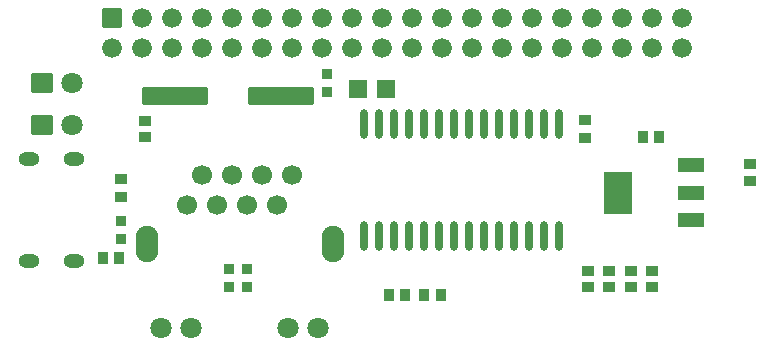
<source format=gbs>
G04 Layer: BottomSolderMaskLayer*
G04 EasyEDA v6.5.40, 2025-01-31 22:11:59*
G04 63179efdc9ef42fbbe513a6e2370b4ab,79498b06e10c4258a2922cdf157d59c5,10*
G04 Gerber Generator version 0.2*
G04 Scale: 100 percent, Rotated: No, Reflected: No *
G04 Dimensions in millimeters *
G04 leading zeros omitted , absolute positions ,4 integer and 5 decimal *
%FSLAX45Y45*%
%MOMM*%

%AMMACRO1*1,1,$1,$2,$3*1,1,$1,$4,$5*1,1,$1,0-$2,0-$3*1,1,$1,0-$4,0-$5*20,1,$1,$2,$3,$4,$5,0*20,1,$1,$4,$5,0-$2,0-$3,0*20,1,$1,0-$2,0-$3,0-$4,0-$5,0*20,1,$1,0-$4,0-$5,$2,$3,0*4,1,4,$2,$3,$4,$5,0-$2,0-$3,0-$4,0-$5,$2,$3,0*%
%ADD10MACRO1,0.1016X-1.1X-1.75X1.1X-1.75*%
%ADD11R,2.3016X1.2016*%
%ADD12R,1.0016X0.9016*%
%ADD13MACRO1,0.1016X0.4X0.45X-0.4X0.45*%
%ADD14MACRO1,0.1016X0.45X-0.4X0.45X0.4*%
%ADD15MACRO1,0.1016X-0.4X-0.45X0.4X-0.45*%
%ADD16R,0.9656X0.9081*%
%ADD17MACRO1,0.1016X-0.432X-0.4032X0.432X-0.4032*%
%ADD18MACRO1,0.1016X-0.432X0.4032X0.432X0.4032*%
%ADD19MACRO1,0.1016X-0.75X-0.6794X0.75X-0.6794*%
%ADD20MACRO1,0.1016X2.75X0.7X-2.75X0.7*%
%ADD21O,0.6755891999999999X2.4896064*%
%ADD22MACRO1,0.1016X-0.7874X-0.7874X0.7874X-0.7874*%
%ADD23C,1.6764*%
%ADD24O,1.7999964X1.1999976*%
%ADD25MACRO1,0.1016X-0.85X0.7874X0.85X0.7874*%
%ADD26C,1.8016*%
%ADD27C,1.7000*%
%ADD28C,1.8000*%
%ADD29O,1.9000215999999999X3.1000191999999998*%

%LPD*%
D10*
G01*
X5120109Y-1699996D03*
D11*
G01*
X5739869Y-1929993D03*
G01*
X5739869Y-1699996D03*
G01*
X5739869Y-1469999D03*
D12*
G01*
X6239987Y-1599999D03*
G01*
X6239987Y-1459994D03*
D13*
G01*
X5329989Y-1229997D03*
G01*
X5469989Y-1229997D03*
D14*
G01*
X1119885Y-1090018D03*
G01*
X1119885Y-1230017D03*
G01*
X4869942Y-2360018D03*
G01*
X4869942Y-2500017D03*
G01*
X5050028Y-2360018D03*
G01*
X5050028Y-2500017D03*
G01*
X5230113Y-2360018D03*
G01*
X5230113Y-2500017D03*
G01*
X5409946Y-2360018D03*
G01*
X5409946Y-2500017D03*
D15*
G01*
X3619903Y-2569972D03*
G01*
X3479904Y-2569972D03*
G01*
X3319929Y-2569972D03*
G01*
X3179930Y-2569972D03*
D13*
G01*
X760072Y-2249932D03*
G01*
X900071Y-2249932D03*
D16*
G01*
X910081Y-2095398D03*
G01*
X910081Y-1944725D03*
D17*
G01*
X910081Y-1584565D03*
D18*
G01*
X910081Y-1735214D03*
D16*
G01*
X1979929Y-2495448D03*
G01*
X1979929Y-2344775D03*
G01*
X1830070Y-2495448D03*
G01*
X1830070Y-2344775D03*
G01*
X2659888Y-845210D03*
G01*
X2659888Y-694537D03*
D17*
G01*
X4839969Y-1084693D03*
D18*
G01*
X4839969Y-1235342D03*
D19*
G01*
X2919994Y-819998D03*
G01*
X3159992Y-819998D03*
D20*
G01*
X1369995Y-879998D03*
G01*
X2269994Y-879998D03*
D21*
G01*
X2974492Y-1115618D03*
G01*
X3101492Y-1115618D03*
G01*
X3228492Y-1115618D03*
G01*
X3355492Y-1115618D03*
G01*
X3482492Y-1115618D03*
G01*
X3609492Y-1115618D03*
G01*
X3736492Y-1115618D03*
G01*
X3863492Y-1115618D03*
G01*
X3990492Y-1115618D03*
G01*
X4117492Y-1115618D03*
G01*
X4244492Y-1115618D03*
G01*
X4371492Y-1115618D03*
G01*
X4498492Y-1115618D03*
G01*
X4625492Y-1115618D03*
G01*
X2974492Y-2064410D03*
G01*
X3101492Y-2064410D03*
G01*
X3228492Y-2064410D03*
G01*
X3355492Y-2064410D03*
G01*
X3482492Y-2064410D03*
G01*
X3609492Y-2064410D03*
G01*
X3736492Y-2064410D03*
G01*
X3863492Y-2064410D03*
G01*
X3990492Y-2064410D03*
G01*
X4117492Y-2064410D03*
G01*
X4244492Y-2064410D03*
G01*
X4371492Y-2064410D03*
G01*
X4498492Y-2064410D03*
G01*
X4625492Y-2064410D03*
D22*
G01*
X836993Y-222999D03*
D23*
G01*
X837006Y-477012D03*
G01*
X1091006Y-223012D03*
G01*
X1091006Y-477012D03*
G01*
X1345006Y-223012D03*
G01*
X1345006Y-477012D03*
G01*
X1599006Y-223012D03*
G01*
X1599006Y-477012D03*
G01*
X1853006Y-223012D03*
G01*
X1853006Y-477012D03*
G01*
X2107006Y-223012D03*
G01*
X2107006Y-477012D03*
G01*
X2361006Y-223012D03*
G01*
X2361006Y-477012D03*
G01*
X2615006Y-223012D03*
G01*
X2615006Y-477012D03*
G01*
X2869006Y-223012D03*
G01*
X2869006Y-477012D03*
G01*
X3123006Y-223012D03*
G01*
X3123006Y-477012D03*
G01*
X3377006Y-223012D03*
G01*
X3377006Y-477012D03*
G01*
X3631006Y-223012D03*
G01*
X3631006Y-477012D03*
G01*
X3885006Y-223012D03*
G01*
X3885006Y-477012D03*
G01*
X4139006Y-223012D03*
G01*
X4139006Y-477012D03*
G01*
X4393006Y-223012D03*
G01*
X4393006Y-477012D03*
G01*
X4647006Y-223012D03*
G01*
X4647006Y-477012D03*
G01*
X4901006Y-223012D03*
G01*
X4901006Y-477012D03*
G01*
X5155006Y-223012D03*
G01*
X5155006Y-477012D03*
G01*
X5409006Y-223012D03*
G01*
X5409006Y-477012D03*
G01*
X5663006Y-223012D03*
G01*
X5663006Y-477012D03*
D24*
G01*
X516001Y-1418005D03*
G01*
X516001Y-2281986D03*
G01*
X135991Y-1418005D03*
G01*
X135991Y-2281986D03*
D25*
G01*
X243000Y-769998D03*
D26*
G01*
X497001Y-770001D03*
D25*
G01*
X243000Y-1129997D03*
D26*
G01*
X497001Y-1130020D03*
D27*
G01*
X1475486Y-1806498D03*
G01*
X1602486Y-1552498D03*
G01*
X1729486Y-1806498D03*
G01*
X1856486Y-1552498D03*
G01*
X1983486Y-1806498D03*
G01*
X2110486Y-1552498D03*
G01*
X2237486Y-1806498D03*
G01*
X2364486Y-1552498D03*
D28*
G01*
X1256995Y-2847492D03*
G01*
X1510995Y-2847492D03*
G01*
X2328976Y-2847492D03*
G01*
X2582976Y-2847492D03*
D29*
G01*
X1132484Y-2136495D03*
G01*
X2707487Y-2136495D03*
M02*

</source>
